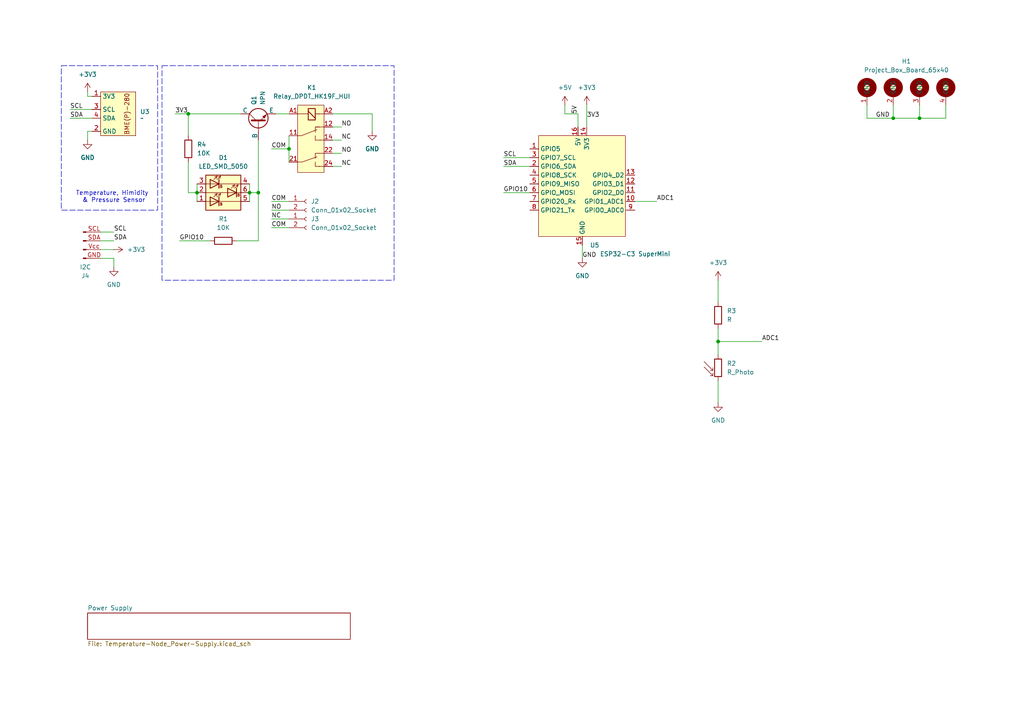
<source format=kicad_sch>
(kicad_sch (version 20231120) (generator "eeschema") (generator_version "8.0")
  (paper "A4")
  (lib_symbols
    (symbol "+3V3_1" (power) (pin_numbers hide) (pin_names (offset 0) hide)
      (property "Value" "+3V3" (at 0 3.556 0))
      (symbol "+3V3_1_0_1"
        (polyline (pts (xy -0.762 1.27) (xy 0 2.54)))
        (polyline (pts (xy 0 0) (xy 0 2.54)))
        (polyline (pts (xy 0 2.54) (xy 0.762 1.27)))
      )
      (symbol "+3V3_1_1_1"
        (pin power_in line (at 0 0 90) (length 0) (name "~") (number "1"))
      )
    )
    (symbol "Alexander Symbol Library:Conn_I2C" (pin_names (offset 1.016) hide)
      (property "Reference" "J" (at 0 5.08 0))
      (property "Value" "I2C" (at 0 -7.62 0))
      (symbol "Conn_I2C_1_1"
        (polyline (pts (xy 1.27 -5.08) (xy 0.8636 -5.08)) (stroke (width 0.1524)))
        (polyline (pts (xy 1.27 -2.54) (xy 0.8636 -2.54)) (stroke (width 0.1524)))
        (polyline (pts (xy 1.27 0) (xy 0.8636 0)) (stroke (width 0.1524)))
        (polyline (pts (xy 1.27 2.54) (xy 0.8636 2.54)) (stroke (width 0.1524)))
        (rectangle (start 0.8636 -4.953) (end 0 -5.207) (stroke (width 0.1524)) (fill (type outline)))
        (rectangle (start 0.8636 -2.413) (end 0 -2.667) (stroke (width 0.1524)) (fill (type outline)))
        (rectangle (start 0.8636 0.127) (end 0 -0.127) (stroke (width 0.1524)) (fill (type outline)))
        (rectangle (start 0.8636 2.667) (end 0 2.413) (stroke (width 0.1524)) (fill (type outline)))
        (pin power_out line (at 5.08 2.54 180) (length 3.81) (name "GND") (number "GND"))
        (pin bidirectional line (at 5.08 -5.08 180) (length 3.81) (name "SCL") (number "SCL"))
        (pin bidirectional line (at 5.08 -2.54 180) (length 3.81) (name "SDA") (number "SDA"))
        (pin power_in line (at 5.08 0 180) (length 3.81) (name "VCC") (number "Vcc"))
      )
    )
    (symbol "Alexander Symbol Library:ESP32-C3-SuperMini"
      (property "Reference" "U" (at 0 0 0))
      (property "Value" "ESP32-C3 SuperMini" (at 25.654 0 0))
      (symbol "ESP32-C3-SuperMini_0_1"
        (rectangle (start 0 -2.54) (end 25.146 -31.75) (fill (type background)))
      )
      (symbol "ESP32-C3-SuperMini_1_1"
        (pin bidirectional line (at -2.54 -6.35 0) (length 2.54) (name "GPIO5") (number "1"))
        (pin bidirectional line (at 27.94 -21.59 180) (length 2.54) (name "GPIO1_ADC1") (number "10"))
        (pin bidirectional line (at 27.94 -19.05 180) (length 2.54) (name "GPIO2_D0") (number "11"))
        (pin bidirectional line (at 27.94 -16.51 180) (length 2.54) (name "GPIO3_D1") (number "12"))
        (pin bidirectional line (at 27.94 -13.97 180) (length 2.54) (name "GPIO4_D2") (number "13"))
        (pin power_in line (at 13.97 0 270) (length 2.54) (name "3V3") (number "14"))
        (pin power_out line (at 12.7 -34.29 90) (length 2.54) (name "GND") (number "15"))
        (pin power_in line (at 11.43 0 270) (length 2.54) (name "5V") (number "16"))
        (pin bidirectional line (at -2.54 -11.43 0) (length 2.54) (name "GPIO6_SDA") (number "2"))
        (pin bidirectional line (at -2.54 -8.89 0) (length 2.54) (name "GPIO7_SCL") (number "3"))
        (pin bidirectional line (at -2.54 -13.97 0) (length 2.54) (name "GPIO8_SCK") (number "4"))
        (pin bidirectional line (at -2.54 -16.51 0) (length 2.54) (name "GPIO9_MISO") (number "5"))
        (pin bidirectional line (at -2.54 -19.05 0) (length 2.54) (name "GPIO_MOSI") (number "6"))
        (pin bidirectional line (at -2.54 -21.59 0) (length 2.54) (name "GPIO20_Rx") (number "7"))
        (pin bidirectional line (at -2.54 -24.13 0) (length 2.54) (name "GPIO21_Tx") (number "8"))
        (pin bidirectional line (at 27.94 -24.13 180) (length 2.54) (name "GPIO0_ADC0") (number "9"))
      )
    )
    (symbol "Alexander Symbol Library:LED_SMD_5050" (pin_names hide)
      (property "Reference" "D" (at -5.08 6.35 0))
      (property "Value" "LED_SMD_5050" (at -5.08 -6.35 0))
      (symbol "LED_SMD_5050_0_0"
        (text "B" (at -0.635 -3.3274 0) (effects (font (size 0.762 0.762))))
      )
      (symbol "LED_SMD_5050_0_1"
        (rectangle (start -5.08 5.08) (end 5.08 -5.08) (stroke (width 0.254)) (fill (type background)))
        (polyline (pts (xy -5.08 -2.54) (xy 5.08 -2.54)))
        (polyline (pts (xy -5.08 0) (xy 5.08 0)))
        (polyline (pts (xy -5.08 2.54) (xy 5.08 2.54)))
        (polyline (pts (xy -2.794 -1.27) (xy -1.778 -0.254)))
        (polyline (pts (xy -2.794 3.81) (xy -1.778 4.826)))
        (polyline (pts (xy -1.778 -1.27) (xy -0.762 -0.254)))
        (polyline (pts (xy -1.778 3.81) (xy -0.762 4.826)))
        (polyline (pts (xy -1.27 -1.27) (xy -1.27 -3.81)) (stroke (width 0.254)))
        (polyline (pts (xy -1.27 3.81) (xy -1.27 1.27)) (stroke (width 0.254)))
        (polyline (pts (xy 2.286 1.27) (xy 3.302 2.286)))
        (polyline (pts (xy 3.302 1.27) (xy 4.318 2.286)))
        (polyline (pts (xy 3.81 1.27) (xy 3.81 -1.27)) (stroke (width 0.254)))
        (polyline (pts (xy -2.54 4.572) (xy -1.778 4.826) (xy -2.032 4.064)))
        (polyline (pts (xy -2.032 -1.016) (xy -1.778 -0.254) (xy -2.54 -0.508)))
        (polyline (pts (xy -1.524 -0.508) (xy -0.762 -0.254) (xy -1.016 -1.016)))
        (polyline (pts (xy -1.524 4.572) (xy -0.762 4.826) (xy -1.016 4.064)))
        (polyline (pts (xy 3.048 1.524) (xy 3.302 2.286) (xy 2.54 2.032)))
        (polyline (pts (xy 3.556 2.032) (xy 4.318 2.286) (xy 4.064 1.524)))
        (polyline (pts (xy -3.81 -1.27) (xy -3.81 -3.81) (xy -1.27 -2.54) (xy -3.81 -1.27)) (stroke (width 0.254)))
        (polyline (pts (xy -3.81 3.81) (xy -3.81 1.27) (xy -1.27 2.54) (xy -3.81 3.81)) (stroke (width 0.254)))
        (polyline (pts (xy 1.27 1.27) (xy 1.27 -1.27) (xy 3.81 0) (xy 1.27 1.27)) (stroke (width 0.254)))
      )
      (symbol "LED_SMD_5050_1_0"
        (text "B" (at -0.635 1.8034 0) (effects (font (size 0.762 0.762))))
        (text "B" (at 4.4196 -0.7112 0) (effects (font (size 0.762 0.762))))
      )
      (symbol "LED_SMD_5050_1_1"
        (pin passive line (at -7.62 -2.54 0) (length 2.54) (name "AB") (number "1"))
        (pin passive line (at -7.62 0 0) (length 2.54) (name "KB") (number "2"))
        (pin passive line (at -7.62 2.54 0) (length 2.54) (name "AR") (number "3"))
        (pin passive line (at 7.62 2.54 180) (length 2.54) (name "KR") (number "4"))
        (pin passive line (at 7.62 -2.54 180) (length 2.54) (name "AG") (number "5"))
        (pin passive line (at 7.62 0 180) (length 2.54) (name "KR") (number "6"))
      )
    )
    (symbol "Alexander_Library_Symbols:BME(P)280"
      (property "Reference" "U" (at 0 0 0))
      (symbol "BME(P)280_0_1"
        (rectangle (start -2.54 -2.54) (end 7.62 -15.24) (fill (type background)))
      )
      (symbol "BME(P)280_1_1"
        (text "BME(P)-280" (at 5.08 -8.89 900) (effects (font (size 1.27 1.27))))
        (pin power_in line (at -5.08 -3.81 0) (length 2.54) (name "3V3") (number "1"))
        (pin power_out line (at -5.08 -13.97 0) (length 2.54) (name "GND") (number "2"))
        (pin input line (at -5.08 -7.62 0) (length 2.54) (name "SCL") (number "3"))
        (pin bidirectional line (at -5.08 -10.16 0) (length 2.54) (name "SDA") (number "4"))
      )
    )
    (symbol "Alexander_Library_Symbols:Project_Box_Board_65x40"
      (property "Reference" "H" (at 0 7.62 0))
      (property "Value" "Project_Box_Board_65x40" (at 0 5.08 0))
      (symbol "Project_Box_Board_65x40_0_1"
        (circle (center -11.43 -1.27) (radius 1.27) (fill (type background)))
        (circle (center -11.43 -1.27) (radius 1.7961) (stroke (width 2)))
        (circle (center -3.81 -1.27) (radius 1.27) (fill (type background)))
        (circle (center -3.81 -1.27) (radius 1.7961) (stroke (width 2)))
        (circle (center 3.81 -1.27) (radius 1.27) (fill (type background)))
        (circle (center 3.81 -1.27) (radius 1.7961) (stroke (width 2)))
        (circle (center 11.43 -1.27) (radius 1.27) (fill (type background)))
        (circle (center 11.43 -1.27) (radius 1.7961) (stroke (width 2)))
      )
      (symbol "Project_Box_Board_65x40_1_1"
        (pin passive line (at -11.43 -6.35 90) (length 2.54) (name "GND") (number "1"))
        (pin passive line (at -3.81 -6.35 90) (length 2.54) (name "GND") (number "2"))
        (pin passive line (at 3.81 -6.35 90) (length 2.54) (name "GND") (number "3"))
        (pin passive line (at 11.43 -6.35 90) (length 2.54) (name "GND") (number "4"))
      )
    )
    (symbol "Alexander_Library_Symbols:Relay_DPDT_HK19F_HUI"
      (property "Reference" "K1" (at 0.254 2.54 0))
      (property "Value" "Relay_DPDT_HK19F_HUI" (at 0.254 0 0))
      (symbol "Relay_DPDT_HK19F_HUI_0_1"
        (rectangle (start -3.81 -2.54) (end 3.81 -22.098) (fill (type background)))
        (rectangle (start -0.762 -3.556) (end 1.27 -6.858) (stroke (width 0.254)))
        (polyline (pts (xy -4.064 -5.08) (xy -0.762 -5.08)))
        (polyline (pts (xy -0.762 -4.318) (xy 1.27 -6.35)) (stroke (width 0.254)))
        (polyline (pts (xy 1.27 -19.05) (xy 1.27 -19.558)))
        (polyline (pts (xy 1.27 -12.7) (xy 1.27 -11.938)))
        (polyline (pts (xy 1.27 -11.43) (xy 1.27 -11.938)))
        (polyline (pts (xy 1.778 -5.08) (xy 4.064 -5.08)))
        (polyline (pts (xy 2.032 -16.51) (xy 4.064 -16.51)))
        (polyline (pts (xy 2.286 -20.32) (xy 4.318 -20.32)))
        (polyline (pts (xy 2.54 -12.7) (xy 4.572 -12.7)))
        (polyline (pts (xy 2.54 -5.08) (xy 1.27 -5.08)))
        (polyline (pts (xy 2.794 -12.7) (xy 1.27 -12.7)))
        (polyline (pts (xy -3.81 -19.05) (xy -2.54 -19.05) (xy 1.778 -17.526)))
        (polyline (pts (xy -3.81 -11.43) (xy -2.794 -11.43) (xy 1.778 -9.652)))
        (polyline (pts (xy 2.54 -20.32) (xy 1.27 -20.32) (xy 1.27 -19.558)))
        (polyline (pts (xy 2.54 -16.51) (xy 1.27 -16.51) (xy 1.27 -18.034)))
        (polyline (pts (xy 2.54 -8.89) (xy 1.27 -8.89) (xy 1.27 -10.414)))
        (polyline (pts (xy 3.81 -8.89) (xy 2.286 -8.89) (xy 1.524 -8.89)))
      )
      (symbol "Relay_DPDT_HK19F_HUI_1_1"
        (pin passive line (at -6.35 -11.43 0) (length 2.54) (name "~") (number "11"))
        (pin passive line (at 6.35 -8.89 180) (length 2.54) (name "~") (number "12"))
        (pin passive line (at 6.35 -12.7 180) (length 2.54) (name "~") (number "14"))
        (pin passive line (at -6.35 -19.05 0) (length 2.54) (name "~") (number "21"))
        (pin passive line (at 6.35 -16.51 180) (length 2.54) (name "~") (number "22"))
        (pin passive line (at 6.35 -20.32 180) (length 2.54) (name "~") (number "24"))
        (pin passive line (at -6.35 -5.08 0) (length 2.54) (name "~") (number "A1"))
        (pin passive line (at 6.35 -5.08 180) (length 2.54) (name "~") (number "A2"))
      )
    )
    (symbol "Connector:Conn_01x02_Socket" (pin_names (offset 1.016) hide)
      (property "Reference" "J" (at 0 2.54 0))
      (property "Value" "Conn_01x02_Socket" (at 0 -5.08 0))
      (symbol "Conn_01x02_Socket_1_1"
        (arc (start 0 -2.032) (mid -0.5058 -2.54) (end 0 -3.048) (stroke (width 0.1524)))
        (polyline (pts (xy -1.27 -2.54) (xy -0.508 -2.54)) (stroke (width 0.1524)))
        (polyline (pts (xy -1.27 0) (xy -0.508 0)) (stroke (width 0.1524)))
        (arc (start 0 0.508) (mid -0.5058 0) (end 0 -0.508) (stroke (width 0.1524)))
        (pin passive line (at -5.08 0 0) (length 3.81) (name "Pin_1") (number "1"))
        (pin passive line (at -5.08 -2.54 0) (length 3.81) (name "Pin_2") (number "2"))
      )
    )
    (symbol "Device:R" (pin_numbers hide) (pin_names (offset 0))
      (property "Reference" "R" (at 2.032 0 90))
      (property "Value" "R" (at 0 0 90))
      (symbol "R_0_1"
        (rectangle (start -1.016 -2.54) (end 1.016 2.54) (stroke (width 0.254)))
      )
      (symbol "R_1_1"
        (pin passive line (at 0 3.81 270) (length 1.27) (name "~") (number "1"))
        (pin passive line (at 0 -3.81 90) (length 1.27) (name "~") (number "2"))
      )
    )
    (symbol "Device:R_Photo" (pin_numbers hide) (pin_names (offset 0))
      (property "Reference" "R" (at 1.27 1.27 0))
      (property "Value" "R_Photo" (at 1.27 0 0))
      (symbol "R_Photo_0_1"
        (rectangle (start -1.016 2.54) (end 1.016 -2.54) (stroke (width 0.254)))
        (polyline (pts (xy -1.524 -2.286) (xy -4.064 0.254)))
        (polyline (pts (xy -1.524 -2.286) (xy -2.286 -2.286)))
        (polyline (pts (xy -1.524 -2.286) (xy -1.524 -1.524)))
        (polyline (pts (xy -1.524 -0.762) (xy -4.064 1.778)))
        (polyline (pts (xy -1.524 -0.762) (xy -2.286 -0.762)))
        (polyline (pts (xy -1.524 -0.762) (xy -1.524 0)))
      )
      (symbol "R_Photo_1_1"
        (pin passive line (at 0 3.81 270) (length 1.27) (name "~") (number "1"))
        (pin passive line (at 0 -3.81 90) (length 1.27) (name "~") (number "2"))
      )
    )
    (symbol "GND_1" (power) (pin_numbers hide) (pin_names (offset 0) hide)
      (property "Value" "GND" (at 0 -3.81 0))
      (symbol "GND_1_0_1"
        (polyline (pts (xy 0 0) (xy 0 -1.27) (xy 1.27 -1.27) (xy 0 -2.54) (xy -1.27 -1.27) (xy 0 -1.27)))
      )
      (symbol "GND_1_1_1"
        (pin power_in line (at 0 0 270) (length 0) (name "~") (number "1"))
      )
    )
    (symbol "GND_5" (power) (pin_numbers hide) (pin_names (offset 0) hide)
      (property "Value" "GND" (at 0 -3.81 0))
      (symbol "GND_5_0_1"
        (polyline (pts (xy 0 0) (xy 0 -1.27) (xy 1.27 -1.27) (xy 0 -2.54) (xy -1.27 -1.27) (xy 0 -1.27)))
      )
      (symbol "GND_5_1_1"
        (pin power_in line (at 0 0 270) (length 0) (name "~") (number "1"))
      )
    )
    (symbol "Simulation_SPICE:NPN" (pin_numbers hide) (pin_names (offset 0))
      (property "Reference" "Q" (at -2.54 7.62 0))
      (property "Value" "NPN" (at -2.54 5.08 0))
      (symbol "NPN_0_1"
        (polyline (pts (xy -2.54 0) (xy 0.635 0)) (stroke (width 0.1524)))
        (polyline (pts (xy 0.635 0.635) (xy 2.54 2.54)))
        (polyline (pts (xy 2.794 -1.27) (xy 2.794 -1.27)) (stroke (width 0.1524)))
        (polyline (pts (xy 2.794 -1.27) (xy 2.794 -1.27)) (stroke (width 0.1524)))
        (polyline (pts (xy 0.635 -0.635) (xy 2.54 -2.54) (xy 2.54 -2.54)))
        (polyline (pts (xy 0.635 1.905) (xy 0.635 -1.905) (xy 0.635 -1.905)) (stroke (width 0.508)))
        (polyline (pts (xy 1.27 -1.778) (xy 1.778 -1.27) (xy 2.286 -2.286) (xy 1.27 -1.778) (xy 1.27 -1.778)) (fill (type outline)))
        (circle (center 1.27 0) (radius 2.8194) (stroke (width 0.254)))
      )
      (symbol "NPN_1_1"
        (pin open_collector line (at 2.54 5.08 270) (length 2.54) (name "C") (number "1"))
        (pin input line (at -5.08 0 0) (length 2.54) (name "B") (number "2"))
        (pin open_emitter line (at 2.54 -5.08 90) (length 2.54) (name "E") (number "3"))
      )
    )
    (symbol "power:+3.3V" (power) (pin_numbers hide) (pin_names (offset 0) hide)
      (property "Value" "+3.3V" (at 0 3.556 0))
      (symbol "+3.3V_0_1"
        (polyline (pts (xy -0.762 1.27) (xy 0 2.54)))
        (polyline (pts (xy 0 0) (xy 0 2.54)))
        (polyline (pts (xy 0 2.54) (xy 0.762 1.27)))
      )
      (symbol "+3.3V_1_1"
        (pin power_in line (at 0 0 90) (length 0) (name "~") (number "1"))
      )
    )
    (symbol "power:+3V3" (power) (pin_names (offset 0))
      (property "Value" "+3V3" (at 0 3.556 0))
      (symbol "+3V3_0_1"
        (polyline (pts (xy -0.762 1.27) (xy 0 2.54)))
        (polyline (pts (xy 0 0) (xy 0 2.54)))
        (polyline (pts (xy 0 2.54) (xy 0.762 1.27)))
      )
      (symbol "+3V3_1_1"
        (pin power_in line (at 0 0 90) (length 0) hide (name "+3V3") (number "1"))
      )
    )
    (symbol "power:+5V" (power) (pin_numbers hide) (pin_names (offset 0) hide)
      (property "Value" "+5V" (at 0 3.556 0))
      (symbol "+5V_0_1"
        (polyline (pts (xy -0.762 1.27) (xy 0 2.54)))
        (polyline (pts (xy 0 0) (xy 0 2.54)))
        (polyline (pts (xy 0 2.54) (xy 0.762 1.27)))
      )
      (symbol "+5V_1_1"
        (pin power_in line (at 0 0 90) (length 0) (name "~") (number "1"))
      )
    )
    (symbol "power:GND" (power) (pin_numbers hide) (pin_names (offset 0) hide)
      (property "Value" "GND" (at 0 -3.81 0))
      (symbol "GND_0_1"
        (polyline (pts (xy 0 0) (xy 0 -1.27) (xy 1.27 -1.27) (xy 0 -2.54) (xy -1.27 -1.27) (xy 0 -1.27)))
      )
      (symbol "GND_1_1"
        (pin power_in line (at 0 0 270) (length 0) (name "~") (number "1"))
      )
    )
  )
  (junction (at 83.82 43.18))
  (junction (at 54.61 33.02))
  (junction (at 259.08 34.29))
  (junction (at 57.15 55.88))
  (junction (at 266.7 34.29))
  (junction (at 208.28 99.06))
  (junction (at 74.93 55.88))
  (junction (at 72.39 55.88))
  (wire (pts (xy 33.02 74.93) (xy 33.02 77.47)))
  (wire (pts (xy 78.74 63.5) (xy 83.82 63.5)))
  (wire (pts (xy 29.21 67.31) (xy 33.02 67.31)))
  (wire (pts (xy 25.4 26.67) (xy 25.4 27.94)))
  (wire (pts (xy 259.08 30.48) (xy 259.08 34.29)))
  (wire (pts (xy 163.83 30.48) (xy 163.83 33.02)))
  (wire (pts (xy 96.52 40.64) (xy 99.06 40.64)))
  (wire (pts (xy 146.05 48.26) (xy 153.67 48.26)))
  (wire (pts (xy 146.05 45.72) (xy 153.67 45.72)))
  (wire (pts (xy 83.82 43.18) (xy 83.82 39.37)))
  (wire (pts (xy 83.82 43.18) (xy 83.82 46.99)))
  (wire (pts (xy 96.52 36.83) (xy 99.06 36.83)))
  (wire (pts (xy 274.32 34.29) (xy 274.32 30.48)))
  (wire (pts (xy 146.05 55.88) (xy 153.67 55.88)))
  (wire (pts (xy 251.46 30.48) (xy 251.46 34.29)))
  (wire (pts (xy 25.4 38.1) (xy 25.4 40.64)))
  (wire (pts (xy 20.32 34.29) (xy 26.67 34.29)))
  (wire (pts (xy 74.93 40.64) (xy 74.93 55.88)))
  (wire (pts (xy 80.01 33.02) (xy 83.82 33.02)))
  (wire (pts (xy 208.28 99.06) (xy 208.28 102.87)))
  (wire (pts (xy 107.95 33.02) (xy 107.95 38.1)))
  (wire (pts (xy 54.61 33.02) (xy 69.85 33.02)))
  (wire (pts (xy 29.21 74.93) (xy 33.02 74.93)))
  (wire (pts (xy 266.7 34.29) (xy 274.32 34.29)))
  (wire (pts (xy 57.15 53.34) (xy 57.15 55.88)))
  (wire (pts (xy 72.39 55.88) (xy 72.39 53.34)))
  (wire (pts (xy 57.15 55.88) (xy 57.15 58.42)))
  (wire (pts (xy 78.74 58.42) (xy 83.82 58.42)))
  (wire (pts (xy 96.52 44.45) (xy 99.06 44.45)))
  (wire (pts (xy 52.07 69.85) (xy 60.96 69.85)))
  (wire (pts (xy 72.39 55.88) (xy 74.93 55.88)))
  (wire (pts (xy 54.61 46.99) (xy 54.61 55.88)))
  (wire (pts (xy 208.28 81.28) (xy 208.28 87.63)))
  (wire (pts (xy 74.93 69.85) (xy 68.58 69.85)))
  (wire (pts (xy 74.93 55.88) (xy 74.93 69.85)))
  (wire (pts (xy 29.21 69.85) (xy 33.02 69.85)))
  (wire (pts (xy 220.98 99.06) (xy 208.28 99.06)))
  (wire (pts (xy 78.74 43.18) (xy 83.82 43.18)))
  (wire (pts (xy 72.39 55.88) (xy 72.39 58.42)))
  (wire (pts (xy 96.52 48.26) (xy 99.06 48.26)))
  (wire (pts (xy 25.4 27.94) (xy 26.67 27.94)))
  (wire (pts (xy 20.32 31.75) (xy 26.67 31.75)))
  (wire (pts (xy 259.08 34.29) (xy 266.7 34.29)))
  (wire (pts (xy 184.15 58.42) (xy 190.5 58.42)))
  (wire (pts (xy 78.74 60.96) (xy 83.82 60.96)))
  (wire (pts (xy 78.74 66.04) (xy 83.82 66.04)))
  (wire (pts (xy 29.21 72.39) (xy 33.02 72.39)))
  (wire (pts (xy 96.52 33.02) (xy 107.95 33.02)))
  (wire (pts (xy 54.61 33.02) (xy 54.61 39.37)))
  (wire (pts (xy 208.28 95.25) (xy 208.28 99.06)))
  (wire (pts (xy 163.83 33.02) (xy 167.64 33.02)))
  (wire (pts (xy 167.64 33.02) (xy 167.64 36.83)))
  (wire (pts (xy 26.67 38.1) (xy 25.4 38.1)))
  (wire (pts (xy 208.28 110.49) (xy 208.28 116.84)))
  (wire (pts (xy 170.18 30.48) (xy 170.18 36.83)))
  (wire (pts (xy 266.7 30.48) (xy 266.7 34.29)))
  (wire (pts (xy 57.15 55.88) (xy 54.61 55.88)))
  (wire (pts (xy 50.8 33.02) (xy 54.61 33.02)))
  (wire (pts (xy 168.91 71.12) (xy 168.91 74.93)))
  (wire (pts (xy 251.46 34.29) (xy 259.08 34.29)))
  (rectangle (start 46.99 19.05) (end 114.3 81.28) (stroke (width 0) (type dash)))
  (rectangle (start 17.78 19.05) (end 45.72 60.96) (stroke (width 0) (type dash)))
  (text "Temperature, Himidity \n& Pressure Sensor" (at 33.02 57.15 0) (effects (font (size 1.27 1.27))))
  (label "SDA" (at 33.02 69.85 0))
  (label "SCL" (at 20.32 31.75 0))
  (label "GPIO10" (at 52.07 69.85 0))
  (label "NO" (at 99.06 44.45 0))
  (label "NO" (at 78.74 60.96 0))
  (label "COM" (at 78.74 43.18 0))
  (label "NC" (at 99.06 40.64 0))
  (label "COM" (at 78.74 66.04 0))
  (label "NO" (at 99.06 36.83 0))
  (label "GND" (at 254 34.29 0))
  (label "COM" (at 78.74 58.42 0))
  (label "GPIO10" (at 146.05 55.88 0))
  (label "NC" (at 78.74 63.5 0))
  (label "SCL" (at 146.05 45.72 0))
  (label "5V" (at 167.64 33.02 90))
  (label "SDA" (at 20.32 34.29 0))
  (label "SDA" (at 146.05 48.26 0))
  (label "ADC1" (at 190.5 58.42 0))
  (label "3V3" (at 50.8 33.02 0))
  (label "GND" (at 168.91 74.93 0))
  (label "SCL" (at 33.02 67.31 0))
  (label "NC" (at 99.06 48.26 0))
  (label "ADC1" (at 220.98 99.06 0))
  (label "3V3" (at 170.18 34.29 0))
  (symbol (lib_id "Alexander Symbol Library:Conn_I2C") (at 24.13 72.39 0) (mirror x) (unit 1)
    (property "Reference" "J4" (at 24.765 80.01 0))
    (property "Value" "I2C" (at 24.765 77.47 0))
    (property "Footprint" "Alexander Footprint Library:Conn_I2C" (effects (hide yes)))
    (property "Description" "I2C connector, single row, 01x04" (effects (hide yes)))
  )
  (symbol (lib_name "+3V3_1") (lib_id "power:+3V3") (at 33.02 72.39 270) (unit 1)
    (property "Reference" "#PWR014" (effects (hide yes)))
    (property "Value" "+3V3" (at 36.83 72.3899 90) (effects (justify left)))
    (property "Description" "Power symbol creates a global label with name \"+3V3\"" (effects (hide yes)))
  )
  (symbol (lib_id "Alexander Symbol Library:LED_SMD_5050") (at 64.77 55.88 0) (unit 1)
    (property "Reference" "D1" (at 64.77 45.72 0))
    (property "Value" "LED_SMD_5050" (at 64.77 48.26 0))
    (property "Footprint" "Alexander Footprint Library:LED_5050-6" (effects (hide yes)))
    (property "Datasheet" "https://www.cree.com/led-components/media/documents/CLS6B-FKW.pdf" (effects (hide yes)))
    (property "Description" "Cree PLCC6 3 in 1 SMD LED, PLCC-6" (effects (hide yes)))
  )
  (symbol (lib_id "Device:R") (at 64.77 69.85 270) (unit 1)
    (property "Reference" "R1" (at 64.77 63.5 90))
    (property "Value" "10K" (at 64.77 66.04 90))
    (property "Footprint" "Resistor_SMD:R_1206_3216Metric_Pad1.30x1.75mm_HandSolder" (effects (hide yes)))
    (property "Description" "Resistor" (effects (hide yes)))
  )
  (symbol (lib_name "GND_5") (lib_id "power:GND") (at 25.4 40.64 0) (unit 1)
    (property "Reference" "#PWR09" (effects (hide yes)))
    (property "Value" "GND" (at 25.4 45.72 0) (effects (font (bold yes))))
    (property "Description" "Power symbol creates a global label with name \"GND\" , ground" (effects (hide yes)))
  )
  (symbol (lib_id "Simulation_SPICE:NPN") (at 74.93 35.56 90) (unit 1)
    (property "Reference" "Q1" (at 73.6599 30.48 0) (effects (justify left)))
    (property "Value" "NPN" (at 76.1999 30.48 0) (effects (justify left)))
    (property "Footprint" "Package_TO_SOT_THT:TO-92" (effects (hide yes)))
    (property "Datasheet" "https://ngspice.sourceforge.io/docs/ngspice-html-manual/manual.xhtml#cha_BJTs" (effects (hide yes)))
    (property "Description" "Bipolar transistor symbol for simulation only, substrate tied to the emitter" (effects (hide yes)))
    (property "Sim.Device" "NPN" (effects (hide yes)))
    (property "Sim.Type" "GUMMELPOON" (effects (hide yes)))
    (property "Sim.Pins" "1=C 2=B 3=E" (effects (hide yes)))
  )
  (symbol (lib_id "Device:R") (at 208.28 91.44 0) (unit 1)
    (property "Reference" "R3" (at 210.82 90.1699 0) (effects (justify left)))
    (property "Value" "R" (at 210.82 92.7099 0) (effects (justify left)))
    (property "Footprint" "Resistor_SMD:R_1206_3216Metric_Pad1.30x1.75mm_HandSolder" (effects (hide yes)))
    (property "Description" "Resistor" (effects (hide yes)))
  )
  (symbol (lib_id "Alexander_Library_Symbols:BME(P)280") (at 31.75 24.13 0) (unit 1)
    (property "Reference" "U3" (at 40.64 32.3849 0) (effects (justify left)))
    (property "Value" "~" (at 40.64 34.29 0) (effects (justify left)))
    (property "Footprint" "Alexander Footprint Library:BME280_BMP280_I2C" (effects (hide yes)))
    (property "Description" "BME(P)-280 I2C Environment Sensor" (effects (hide yes)))
  )
  (symbol (lib_name "GND_1") (lib_id "power:GND") (at 107.95 38.1 0) (unit 1)
    (property "Reference" "#PWR013" (effects (hide yes)))
    (property "Value" "GND" (at 107.95 43.18 0) (effects (font (bold yes))))
    (property "Description" "Power symbol creates a global label with name \"GND\" , ground" (effects (hide yes)))
  )
  (symbol (lib_id "power:+3.3V") (at 170.18 30.48 0) (unit 1)
    (property "Reference" "#PWR05" (effects (hide yes)))
    (property "Value" "+3V3" (at 170.18 25.4 0))
    (property "Description" "Power symbol creates a global label with name \"+3.3V\"" (effects (hide yes)))
  )
  (symbol (lib_id "Alexander_Library_Symbols:Project_Box_Board_65x40") (at 262.89 24.13 0) (unit 1)
    (property "Reference" "H1" (at 262.89 17.78 0))
    (property "Value" "Project_Box_Board_65x40" (at 262.89 20.32 0))
    (property "Footprint" "Alexander Footprint Library:Board_65-40" (effects (hide yes)))
    (property "Description" "3.2mm Diameter Mounting Holes Pads (M3)" (effects (hide yes)))
  )
  (symbol (lib_id "Alexander_Library_Symbols:Relay_DPDT_HK19F_HUI") (at 90.17 27.94 0) (unit 1)
    (property "Reference" "K1" (at 90.424 25.4 0))
    (property "Value" "Relay_DPDT_HK19F_HUI" (at 90.424 27.94 0))
    (property "Footprint" "Alexander Footprint Library:Relay_DPDT_HK19F_HUI" (effects (hide yes)))
    (property "Description" "Monostable Relay DPDT, EN50005" (effects (hide yes)))
  )
  (symbol (lib_id "Device:R") (at 54.61 43.18 0) (unit 1)
    (property "Reference" "R4" (at 57.15 41.9099 0) (effects (justify left)))
    (property "Value" "10K" (at 57.15 44.4499 0) (effects (justify left)))
    (property "Footprint" "Resistor_SMD:R_1206_3216Metric_Pad1.30x1.75mm_HandSolder" (effects (hide yes)))
    (property "Description" "Resistor" (effects (hide yes)))
  )
  (symbol (lib_id "Alexander Symbol Library:ESP32-C3-SuperMini") (at 156.21 36.83 0) (unit 1)
    (property "Reference" "U5" (at 171.1041 71.12 0) (effects (justify left)))
    (property "Value" "ESP32-C3 SuperMini" (at 173.99 73.66 0) (effects (justify left)))
    (property "Footprint" "Alexander Footprint Library:ESP32-C3_SuperMini" (effects (hide yes)))
  )
  (symbol (lib_id "power:+3V3") (at 25.4 26.67 0) (unit 1)
    (property "Reference" "#PWR08" (effects (hide yes)))
    (property "Value" "+3V3" (at 25.4 21.59 0))
  )
  (symbol (lib_id "power:GND") (at 33.02 77.47 0) (unit 1)
    (property "Reference" "#PWR02" (effects (hide yes)))
    (property "Value" "GND" (at 33.02 82.55 0))
    (property "Description" "Power symbol creates a global label with name \"GND\" , ground" (effects (hide yes)))
  )
  (symbol (lib_id "Connector:Conn_01x02_Socket") (at 88.9 63.5 0) (unit 1)
    (property "Reference" "J3" (at 90.17 63.5 0) (effects (justify left)))
    (property "Value" "Conn_01x02_Socket" (at 90.17 66.04 0) (effects (justify left)))
    (property "Footprint" "Alexander Footprint Library:Conn_Terminal_5mm" (effects (hide yes)))
  )
  (symbol (lib_id "power:GND") (at 208.28 116.84 0) (unit 1)
    (property "Reference" "#PWR03" (effects (hide yes)))
    (property "Value" "GND" (at 208.28 121.92 0))
    (property "Description" "Power symbol creates a global label with name \"GND\" , ground" (effects (hide yes)))
  )
  (symbol (lib_id "Connector:Conn_01x02_Socket") (at 88.9 58.42 0) (unit 1)
    (property "Reference" "J2" (at 90.17 58.42 0) (effects (justify left)))
    (property "Value" "Conn_01x02_Socket" (at 90.17 60.96 0) (effects (justify left)))
    (property "Footprint" "Alexander Footprint Library:Conn_Terminal_5mm" (effects (hide yes)))
  )
  (symbol (lib_id "Device:R_Photo") (at 208.28 106.68 0) (unit 1)
    (property "Reference" "R2" (at 210.82 105.4099 0) (effects (justify left)))
    (property "Value" "R_Photo" (at 210.82 107.9499 0) (effects (justify left)))
    (property "Footprint" "Package_TO_SOT_THT:TO-46-2_Pin2Center" (effects (hide yes)))
    (property "Description" "Photoresistor" (effects (hide yes)))
  )
  (symbol (lib_id "power:GND") (at 168.91 74.93 0) (unit 1)
    (property "Reference" "#PWR01" (effects (hide yes)))
    (property "Value" "GND" (at 168.91 80.01 0))
    (property "Description" "Power symbol creates a global label with name \"GND\" , ground" (effects (hide yes)))
  )
  (symbol (lib_id "power:+5V") (at 163.83 30.48 0) (unit 1)
    (property "Reference" "#PWR012" (effects (hide yes)))
    (property "Value" "+5V" (at 163.83 25.4 0))
    (property "Description" "Power symbol creates a global label with name \"+5V\"" (effects (hide yes)))
  )
  (symbol (lib_id "power:+3.3V") (at 208.28 81.28 0) (unit 1)
    (property "Reference" "#PWR04" (effects (hide yes)))
    (property "Value" "+3V3" (at 208.28 76.2 0))
    (property "Description" "Power symbol creates a global label with name \"+3.3V\"" (effects (hide yes)))
  )
  (sheet (at 25.4 177.8) (size 76.2 7.62) (stroke (width 0.1524))
    (property "Sheetname" "Power Supply" (at 25.4 177.0884 0) (effects (justify left bottom)))
    (property "Sheetfile" "Temperature-Node_Power-Supply.kicad_sch" (at 25.4 186.0046 0) (effects (justify left top)))
  )
)
</source>
